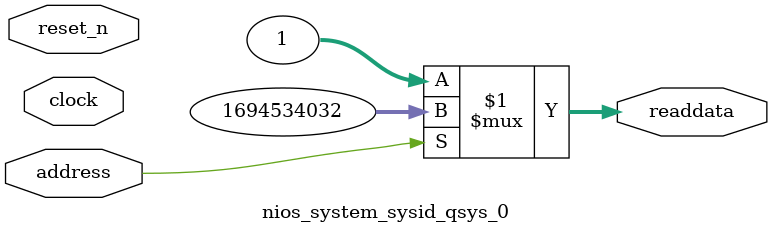
<source format=v>



// synthesis translate_off
`timescale 1ns / 1ps
// synthesis translate_on

// turn off superfluous verilog processor warnings 
// altera message_level Level1 
// altera message_off 10034 10035 10036 10037 10230 10240 10030 

module nios_system_sysid_qsys_0 (
               // inputs:
                address,
                clock,
                reset_n,

               // outputs:
                readdata
             )
;

  output  [ 31: 0] readdata;
  input            address;
  input            clock;
  input            reset_n;

  wire    [ 31: 0] readdata;
  //control_slave, which is an e_avalon_slave
  assign readdata = address ? 1694534032 : 1;

endmodule



</source>
